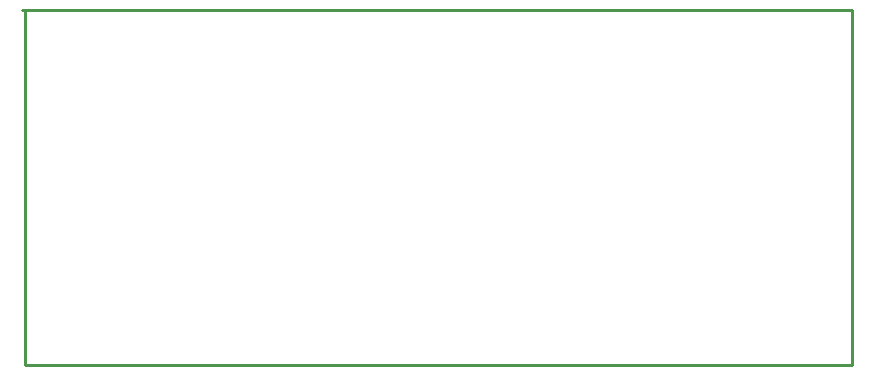
<source format=gko>
G04 ---------------------------- Layer name :KeepOutLayer *
G04 easyEDA 0.1*
G04 Scale: 100 percent, Rotated: No, Reflected: No *
G04 Dimensions in inches *
G04 leading zeros omitted , absolute positions ,2 integer and 4 * 
%FSLAX24Y24*%
%MOIN*%
G90*
G70D02*

%ADD10C,0.010000*%
G54D10*
G01X51Y11776D02*
G01X27696Y11776D01*
G01X27696Y-34D01*
G01X136Y-34D01*
G01X136Y11776D01*
G01X136Y11763D01*

%LPD*%

M00*
M02*
</source>
